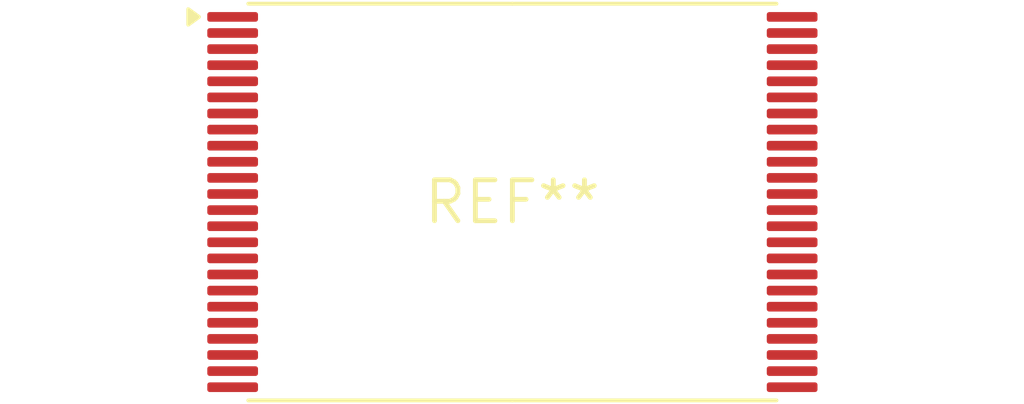
<source format=kicad_pcb>
(kicad_pcb (version 20240108) (generator pcbnew)
  (layers (0 "F.Cu" signal) (31 "B.Cu" signal) (34 "B.Paste" user) (35 "F.Paste" user) (36 "B.SilkS" user "B.Silkscreen") (37 "F.SilkS" user "F.Silkscreen") (38 "B.Mask" user) (39 "F.Mask" user) (44 "Edge.Cuts" user))
  (net 0 "")
  (footprint "TSOP-I-48_16.4x12mm_P0.5mm" (layer "F.Cu") (at 0 0)
    (property "Reference" "REF**")
    (property "Value" "TSOP-I-48_16.4x12mm_P0.5mm")
    (fp_line (start 0 -6.16) (end -8.2 -6.16) (layer "F.SilkS") (stroke (width 0.12)))
    (fp_line (start 0 -6.16) (end 8.2 -6.16) (layer "F.SilkS") (stroke (width 0.12)))
    (fp_line (start 0 6.16) (end -8.2 6.16) (layer "F.SilkS") (stroke (width 0.12)))
    (fp_line (start 0 6.16) (end 8.2 6.16) (layer "F.SilkS") (stroke (width 0.12)))
    (fp_poly (pts (xy -9.735 -5.75) (xy -10.065 -5.99) (xy -10.065 -5.51) (xy -9.735 -5.75)) (layer "F.SilkS") (stroke (width 0.12)) (fill solid))
    (pad "1" smd roundrect (at -8.6875 -5.75) (size 1.575 0.3) (layers "F.Cu" "F.Paste" "F.Mask"))
    (pad "2" smd roundrect (at -8.6875 -5.25) (size 1.575 0.3) (layers "F.Cu" "F.Paste" "F.Mask"))
    (pad "3" smd roundrect (at -8.6875 -4.75) (size 1.575 0.3) (layers "F.Cu" "F.Paste" "F.Mask"))
    (pad "4" smd roundrect (at -8.6875 -4.25) (size 1.575 0.3) (layers "F.Cu" "F.Paste" "F.Mask"))
    (pad "5" smd roundrect (at -8.6875 -3.75) (size 1.575 0.3) (layers "F.Cu" "F.Paste" "F.Mask"))
    (pad "6" smd roundrect (at -8.6875 -3.25) (size 1.575 0.3) (layers "F.Cu" "F.Paste" "F.Mask"))
    (pad "7" smd roundrect (at -8.6875 -2.75) (size 1.575 0.3) (layers "F.Cu" "F.Paste" "F.Mask"))
    (pad "8" smd roundrect (at -8.6875 -2.25) (size 1.575 0.3) (layers "F.Cu" "F.Paste" "F.Mask"))
    (pad "9" smd roundrect (at -8.6875 -1.75) (size 1.575 0.3) (layers "F.Cu" "F.Paste" "F.Mask"))
    (pad "10" smd roundrect (at -8.6875 -1.25) (size 1.575 0.3) (layers "F.Cu" "F.Paste" "F.Mask"))
    (pad "11" smd roundrect (at -8.6875 -0.75) (size 1.575 0.3) (layers "F.Cu" "F.Paste" "F.Mask"))
    (pad "12" smd roundrect (at -8.6875 -0.25) (size 1.575 0.3) (layers "F.Cu" "F.Paste" "F.Mask"))
    (pad "13" smd roundrect (at -8.6875 0.25) (size 1.575 0.3) (layers "F.Cu" "F.Paste" "F.Mask"))
    (pad "14" smd roundrect (at -8.6875 0.75) (size 1.575 0.3) (layers "F.Cu" "F.Paste" "F.Mask"))
    (pad "15" smd roundrect (at -8.6875 1.25) (size 1.575 0.3) (layers "F.Cu" "F.Paste" "F.Mask"))
    (pad "16" smd roundrect (at -8.6875 1.75) (size 1.575 0.3) (layers "F.Cu" "F.Paste" "F.Mask"))
    (pad "17" smd roundrect (at -8.6875 2.25) (size 1.575 0.3) (layers "F.Cu" "F.Paste" "F.Mask"))
    (pad "18" smd roundrect (at -8.6875 2.75) (size 1.575 0.3) (layers "F.Cu" "F.Paste" "F.Mask"))
    (pad "19" smd roundrect (at -8.6875 3.25) (size 1.575 0.3) (layers "F.Cu" "F.Paste" "F.Mask"))
    (pad "20" smd roundrect (at -8.6875 3.75) (size 1.575 0.3) (layers "F.Cu" "F.Paste" "F.Mask"))
    (pad "21" smd roundrect (at -8.6875 4.25) (size 1.575 0.3) (layers "F.Cu" "F.Paste" "F.Mask"))
    (pad "22" smd roundrect (at -8.6875 4.75) (size 1.575 0.3) (layers "F.Cu" "F.Paste" "F.Mask"))
    (pad "23" smd roundrect (at -8.6875 5.25) (size 1.575 0.3) (layers "F.Cu" "F.Paste" "F.Mask"))
    (pad "24" smd roundrect (at -8.6875 5.75) (size 1.575 0.3) (layers "F.Cu" "F.Paste" "F.Mask"))
    (pad "25" smd roundrect (at 8.6875 5.75) (size 1.575 0.3) (layers "F.Cu" "F.Paste" "F.Mask"))
    (pad "26" smd roundrect (at 8.6875 5.25) (size 1.575 0.3) (layers "F.Cu" "F.Paste" "F.Mask"))
    (pad "27" smd roundrect (at 8.6875 4.75) (size 1.575 0.3) (layers "F.Cu" "F.Paste" "F.Mask"))
    (pad "28" smd roundrect (at 8.6875 4.25) (size 1.575 0.3) (layers "F.Cu" "F.Paste" "F.Mask"))
    (pad "29" smd roundrect (at 8.6875 3.75) (size 1.575 0.3) (layers "F.Cu" "F.Paste" "F.Mask"))
    (pad "30" smd roundrect (at 8.6875 3.25) (size 1.575 0.3) (layers "F.Cu" "F.Paste" "F.Mask"))
    (pad "31" smd roundrect (at 8.6875 2.75) (size 1.575 0.3) (layers "F.Cu" "F.Paste" "F.Mask"))
    (pad "32" smd roundrect (at 8.6875 2.25) (size 1.575 0.3) (layers "F.Cu" "F.Paste" "F.Mask"))
    (pad "33" smd roundrect (at 8.6875 1.75) (size 1.575 0.3) (layers "F.Cu" "F.Paste" "F.Mask"))
    (pad "34" smd roundrect (at 8.6875 1.25) (size 1.575 0.3) (layers "F.Cu" "F.Paste" "F.Mask"))
    (pad "35" smd roundrect (at 8.6875 0.75) (size 1.575 0.3) (layers "F.Cu" "F.Paste" "F.Mask"))
    (pad "36" smd roundrect (at 8.6875 0.25) (size 1.575 0.3) (layers "F.Cu" "F.Paste" "F.Mask"))
    (pad "37" smd roundrect (at 8.6875 -0.25) (size 1.575 0.3) (layers "F.Cu" "F.Paste" "F.Mask"))
    (pad "38" smd roundrect (at 8.6875 -0.75) (size 1.575 0.3) (layers "F.Cu" "F.Paste" "F.Mask"))
    (pad "39" smd roundrect (at 8.6875 -1.25) (size 1.575 0.3) (layers "F.Cu" "F.Paste" "F.Mask"))
    (pad "40" smd roundrect (at 8.6875 -1.75) (size 1.575 0.3) (layers "F.Cu" "F.Paste" "F.Mask"))
    (pad "41" smd roundrect (at 8.6875 -2.25) (size 1.575 0.3) (layers "F.Cu" "F.Paste" "F.Mask"))
    (pad "42" smd roundrect (at 8.6875 -2.75) (size 1.575 0.3) (layers "F.Cu" "F.Paste" "F.Mask"))
    (pad "43" smd roundrect (at 8.6875 -3.25) (size 1.575 0.3) (layers "F.Cu" "F.Paste" "F.Mask"))
    (pad "44" smd roundrect (at 8.6875 -3.75) (size 1.575 0.3) (layers "F.Cu" "F.Paste" "F.Mask"))
    (pad "45" smd roundrect (at 8.6875 -4.25) (size 1.575 0.3) (layers "F.Cu" "F.Paste" "F.Mask"))
    (pad "46" smd roundrect (at 8.6875 -4.75) (size 1.575 0.3) (layers "F.Cu" "F.Paste" "F.Mask"))
    (pad "47" smd roundrect (at 8.6875 -5.25) (size 1.575 0.3) (layers "F.Cu" "F.Paste" "F.Mask"))
    (pad "48" smd roundrect (at 8.6875 -5.75) (size 1.575 0.3) (layers "F.Cu" "F.Paste" "F.Mask"))
  )
)
</source>
